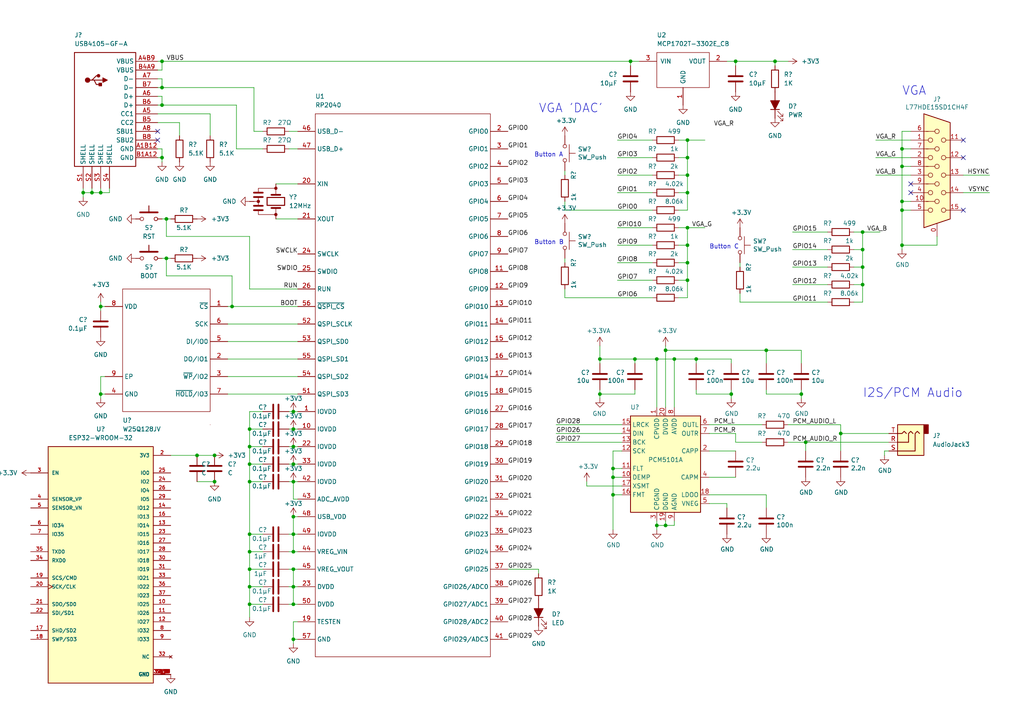
<source format=kicad_sch>
(kicad_sch (version 20211123) (generator eeschema)
  (paper "A4")
  (junction (at 72.39 134.62))
  (junction (at 173.99 104.14))
  (junction (at 199.39 50.8))
  (junction (at 199.39 40.64))
  (junction (at 184.15 104.14))
  (junction (at 261.62 43.18))
  (junction (at 46.99 30.48))
  (junction (at 182.88 17.78))
  (junction (at 46.99 17.78))
  (junction (at 195.58 104.14))
  (junction (at 85.09 185.42))
  (junction (at 48.26 74.93))
  (junction (at 85.09 134.62))
  (junction (at 72.39 170.18))
  (junction (at 29.21 55.88))
  (junction (at 72.39 139.7))
  (junction (at 85.09 139.7))
  (junction (at 199.39 76.2))
  (junction (at 201.93 104.14))
  (junction (at 26.67 55.88))
  (junction (at 85.09 165.1))
  (junction (at 250.19 67.31))
  (junction (at 199.39 66.04))
  (junction (at 48.26 63.5))
  (junction (at 85.09 119.38))
  (junction (at 199.39 81.28))
  (junction (at 224.79 17.78))
  (junction (at 250.19 72.39))
  (junction (at 212.09 114.3))
  (junction (at 250.19 77.47))
  (junction (at 46.99 45.72))
  (junction (at 193.04 152.4))
  (junction (at 85.09 124.46))
  (junction (at 57.15 132.08))
  (junction (at 261.62 58.42))
  (junction (at 72.39 124.46))
  (junction (at 190.5 104.14))
  (junction (at 67.31 88.9))
  (junction (at 72.39 154.94))
  (junction (at 62.23 139.7))
  (junction (at 72.39 165.1))
  (junction (at 177.8 143.51))
  (junction (at 85.09 149.86))
  (junction (at 85.09 170.18))
  (junction (at 261.62 71.12))
  (junction (at 261.62 48.26))
  (junction (at 85.09 154.94))
  (junction (at 85.09 160.02))
  (junction (at 243.84 125.73))
  (junction (at 261.62 60.96))
  (junction (at 72.39 160.02))
  (junction (at 190.5 152.4))
  (junction (at 177.8 138.43))
  (junction (at 173.99 114.3))
  (junction (at 29.21 114.3))
  (junction (at 72.39 175.26))
  (junction (at 199.39 71.12))
  (junction (at 62.23 132.08))
  (junction (at 222.25 101.6))
  (junction (at 213.36 17.78))
  (junction (at 193.04 101.6))
  (junction (at 85.09 129.54))
  (junction (at 232.41 114.3))
  (junction (at 199.39 45.72))
  (junction (at 72.39 129.54))
  (junction (at 46.99 25.4))
  (junction (at 24.13 55.88))
  (junction (at 233.68 128.27))
  (junction (at 85.09 175.26))
  (junction (at 29.21 88.9))
  (junction (at 177.8 135.89))
  (junction (at 199.39 55.88))
  (junction (at 250.19 82.55))
  (no_connect (at 279.4 60.96))
  (no_connect (at 45.72 38.1))
  (no_connect (at 279.4 40.64))
  (no_connect (at 45.72 40.64))
  (no_connect (at 264.16 55.88))
  (no_connect (at 279.4 45.72))
  (no_connect (at 264.16 53.34))
  (wire (pts (xy 279.4 50.8) (xy 287.02 50.8)))
  (wire (pts (xy 196.85 50.8) (xy 199.39 50.8)))
  (wire (pts (xy 189.23 55.88) (xy 179.07 55.88)))
  (wire (pts (xy 85.09 139.7) (xy 86.36 139.7)))
  (wire (pts (xy 45.72 35.56) (xy 52.07 35.56)))
  (wire (pts (xy 196.85 40.64) (xy 199.39 40.64)))
  (wire (pts (xy 46.99 27.94) (xy 45.72 27.94)))
  (wire (pts (xy 45.72 30.48) (xy 46.99 30.48)))
  (wire (pts (xy 173.99 114.3) (xy 173.99 115.57)))
  (wire (pts (xy 83.82 170.18) (xy 85.09 170.18)))
  (wire (pts (xy 67.31 88.9) (xy 86.36 88.9)))
  (wire (pts (xy 201.93 114.3) (xy 212.09 114.3)))
  (wire (pts (xy 66.04 109.22) (xy 86.36 109.22)))
  (wire (pts (xy 243.84 125.73) (xy 257.81 125.73)))
  (wire (pts (xy 279.4 55.88) (xy 287.02 55.88)))
  (wire (pts (xy 72.39 124.46) (xy 72.39 119.38)))
  (wire (pts (xy 72.39 139.7) (xy 76.2 139.7)))
  (wire (pts (xy 173.99 104.14) (xy 173.99 100.33)))
  (wire (pts (xy 83.82 129.54) (xy 85.09 129.54)))
  (wire (pts (xy 205.74 123.19) (xy 220.98 123.19)))
  (wire (pts (xy 196.85 60.96) (xy 199.39 60.96)))
  (wire (pts (xy 72.39 134.62) (xy 76.2 134.62)))
  (wire (pts (xy 212.09 114.3) (xy 212.09 115.57)))
  (wire (pts (xy 205.74 146.05) (xy 210.82 146.05)))
  (wire (pts (xy 222.25 114.3) (xy 232.41 114.3)))
  (wire (pts (xy 83.82 134.62) (xy 85.09 134.62)))
  (wire (pts (xy 29.21 88.9) (xy 30.48 88.9)))
  (wire (pts (xy 177.8 130.81) (xy 177.8 135.89)))
  (wire (pts (xy 72.39 139.7) (xy 72.39 134.62)))
  (wire (pts (xy 184.15 104.14) (xy 190.5 104.14)))
  (wire (pts (xy 85.09 144.78) (xy 86.36 144.78)))
  (wire (pts (xy 184.15 114.3) (xy 173.99 114.3)))
  (wire (pts (xy 147.32 165.1) (xy 156.21 165.1)))
  (wire (pts (xy 190.5 152.4) (xy 193.04 152.4)))
  (wire (pts (xy 182.88 17.78) (xy 185.42 17.78)))
  (wire (pts (xy 85.09 139.7) (xy 85.09 144.78)))
  (wire (pts (xy 46.99 43.18) (xy 46.99 45.72)))
  (wire (pts (xy 250.19 87.63) (xy 250.19 82.55)))
  (wire (pts (xy 213.36 128.27) (xy 220.98 128.27)))
  (wire (pts (xy 205.74 143.51) (xy 222.25 143.51)))
  (wire (pts (xy 190.5 152.4) (xy 190.5 153.67)))
  (wire (pts (xy 193.04 101.6) (xy 222.25 101.6)))
  (wire (pts (xy 222.25 101.6) (xy 232.41 101.6)))
  (wire (pts (xy 85.09 185.42) (xy 85.09 186.69)))
  (wire (pts (xy 29.21 114.3) (xy 29.21 115.57)))
  (wire (pts (xy 72.39 68.58) (xy 72.39 83.82)))
  (wire (pts (xy 29.21 90.17) (xy 29.21 88.9)))
  (wire (pts (xy 228.6 123.19) (xy 243.84 123.19)))
  (wire (pts (xy 213.36 125.73) (xy 213.36 128.27)))
  (wire (pts (xy 177.8 138.43) (xy 177.8 143.51)))
  (wire (pts (xy 228.6 128.27) (xy 233.68 128.27)))
  (wire (pts (xy 72.39 160.02) (xy 72.39 154.94)))
  (wire (pts (xy 261.62 43.18) (xy 261.62 48.26)))
  (wire (pts (xy 189.23 60.96) (xy 163.83 60.96)))
  (wire (pts (xy 250.19 67.31) (xy 255.27 67.31)))
  (wire (pts (xy 46.99 45.72) (xy 46.99 46.99)))
  (wire (pts (xy 264.16 38.1) (xy 261.62 38.1)))
  (wire (pts (xy 196.85 55.88) (xy 199.39 55.88)))
  (wire (pts (xy 85.09 154.94) (xy 86.36 154.94)))
  (wire (pts (xy 85.09 160.02) (xy 86.36 160.02)))
  (wire (pts (xy 261.62 71.12) (xy 271.78 71.12)))
  (wire (pts (xy 201.93 113.03) (xy 201.93 114.3)))
  (wire (pts (xy 163.83 74.93) (xy 163.83 76.2)))
  (wire (pts (xy 73.66 25.4) (xy 73.66 38.1)))
  (wire (pts (xy 257.81 130.81) (xy 256.54 130.81)))
  (wire (pts (xy 68.58 43.18) (xy 76.2 43.18)))
  (wire (pts (xy 45.72 33.02) (xy 60.96 33.02)))
  (wire (pts (xy 196.85 45.72) (xy 199.39 45.72)))
  (wire (pts (xy 193.04 152.4) (xy 195.58 152.4)))
  (wire (pts (xy 80.01 53.34) (xy 86.36 53.34)))
  (wire (pts (xy 213.36 17.78) (xy 213.36 19.05)))
  (wire (pts (xy 86.36 180.34) (xy 85.09 180.34)))
  (wire (pts (xy 205.74 125.73) (xy 213.36 125.73)))
  (wire (pts (xy 86.36 119.38) (xy 85.09 119.38)))
  (wire (pts (xy 261.62 58.42) (xy 261.62 60.96)))
  (wire (pts (xy 57.15 132.08) (xy 62.23 132.08)))
  (wire (pts (xy 190.5 151.13) (xy 190.5 152.4)))
  (wire (pts (xy 212.09 104.14) (xy 201.93 104.14)))
  (wire (pts (xy 80.01 63.5) (xy 86.36 63.5)))
  (wire (pts (xy 271.78 71.12) (xy 271.78 68.58)))
  (wire (pts (xy 189.23 86.36) (xy 163.83 86.36)))
  (wire (pts (xy 66.04 99.06) (xy 86.36 99.06)))
  (wire (pts (xy 199.39 55.88) (xy 199.39 50.8)))
  (wire (pts (xy 199.39 76.2) (xy 199.39 71.12)))
  (wire (pts (xy 199.39 71.12) (xy 199.39 66.04)))
  (wire (pts (xy 24.13 54.61) (xy 24.13 55.88)))
  (wire (pts (xy 85.09 175.26) (xy 86.36 175.26)))
  (wire (pts (xy 46.99 25.4) (xy 45.72 25.4)))
  (wire (pts (xy 261.62 38.1) (xy 261.62 43.18)))
  (wire (pts (xy 189.23 71.12) (xy 179.07 71.12)))
  (wire (pts (xy 72.39 154.94) (xy 76.2 154.94)))
  (wire (pts (xy 184.15 105.41) (xy 184.15 104.14)))
  (wire (pts (xy 261.62 48.26) (xy 261.62 58.42)))
  (wire (pts (xy 26.67 54.61) (xy 26.67 55.88)))
  (wire (pts (xy 163.83 83.82) (xy 163.83 86.36)))
  (wire (pts (xy 233.68 128.27) (xy 257.81 128.27)))
  (wire (pts (xy 213.36 17.78) (xy 224.79 17.78)))
  (wire (pts (xy 72.39 160.02) (xy 76.2 160.02)))
  (wire (pts (xy 173.99 104.14) (xy 173.99 105.41)))
  (wire (pts (xy 66.04 114.3) (xy 86.36 114.3)))
  (wire (pts (xy 163.83 49.53) (xy 163.83 50.8)))
  (wire (pts (xy 48.26 80.01) (xy 67.31 80.01)))
  (wire (pts (xy 83.82 165.1) (xy 85.09 165.1)))
  (wire (pts (xy 83.82 43.18) (xy 86.36 43.18)))
  (wire (pts (xy 233.68 130.81) (xy 233.68 128.27)))
  (wire (pts (xy 247.65 67.31) (xy 250.19 67.31)))
  (wire (pts (xy 224.79 17.78) (xy 228.6 17.78)))
  (wire (pts (xy 45.72 43.18) (xy 46.99 43.18)))
  (wire (pts (xy 48.26 63.5) (xy 49.53 63.5)))
  (wire (pts (xy 29.21 109.22) (xy 29.21 114.3)))
  (wire (pts (xy 86.36 165.1) (xy 85.09 165.1)))
  (wire (pts (xy 85.09 149.86) (xy 86.36 149.86)))
  (wire (pts (xy 189.23 76.2) (xy 179.07 76.2)))
  (wire (pts (xy 30.48 114.3) (xy 29.21 114.3)))
  (wire (pts (xy 48.26 68.58) (xy 72.39 68.58)))
  (wire (pts (xy 232.41 114.3) (xy 232.41 115.57)))
  (wire (pts (xy 250.19 77.47) (xy 250.19 72.39)))
  (wire (pts (xy 49.53 132.08) (xy 57.15 132.08)))
  (wire (pts (xy 214.63 76.2) (xy 214.63 77.47)))
  (wire (pts (xy 184.15 113.03) (xy 184.15 114.3)))
  (wire (pts (xy 199.39 50.8) (xy 199.39 45.72)))
  (wire (pts (xy 72.39 129.54) (xy 76.2 129.54)))
  (wire (pts (xy 180.34 138.43) (xy 177.8 138.43)))
  (wire (pts (xy 250.19 82.55) (xy 250.19 77.47)))
  (wire (pts (xy 180.34 135.89) (xy 177.8 135.89)))
  (wire (pts (xy 180.34 143.51) (xy 177.8 143.51)))
  (wire (pts (xy 199.39 66.04) (xy 204.47 66.04)))
  (wire (pts (xy 72.39 119.38) (xy 76.2 119.38)))
  (wire (pts (xy 24.13 55.88) (xy 26.67 55.88)))
  (wire (pts (xy 173.99 104.14) (xy 184.15 104.14)))
  (wire (pts (xy 46.99 63.5) (xy 48.26 63.5)))
  (wire (pts (xy 30.48 109.22) (xy 29.21 109.22)))
  (wire (pts (xy 222.25 143.51) (xy 222.25 147.32)))
  (wire (pts (xy 232.41 113.03) (xy 232.41 114.3)))
  (wire (pts (xy 72.39 83.82) (xy 86.36 83.82)))
  (wire (pts (xy 261.62 71.12) (xy 261.62 72.39)))
  (wire (pts (xy 247.65 77.47) (xy 250.19 77.47)))
  (wire (pts (xy 83.82 175.26) (xy 85.09 175.26)))
  (wire (pts (xy 156.21 166.37) (xy 156.21 165.1)))
  (wire (pts (xy 72.39 165.1) (xy 72.39 160.02)))
  (wire (pts (xy 72.39 134.62) (xy 72.39 129.54)))
  (wire (pts (xy 46.99 17.78) (xy 182.88 17.78)))
  (wire (pts (xy 196.85 86.36) (xy 199.39 86.36)))
  (wire (pts (xy 83.82 160.02) (xy 85.09 160.02)))
  (wire (pts (xy 232.41 101.6) (xy 232.41 105.41)))
  (wire (pts (xy 264.16 40.64) (xy 254 40.64)))
  (wire (pts (xy 46.99 45.72) (xy 45.72 45.72)))
  (wire (pts (xy 48.26 63.5) (xy 48.26 68.58)))
  (wire (pts (xy 52.07 35.56) (xy 52.07 39.37)))
  (wire (pts (xy 264.16 60.96) (xy 261.62 60.96)))
  (wire (pts (xy 66.04 104.14) (xy 86.36 104.14)))
  (wire (pts (xy 46.99 30.48) (xy 46.99 27.94)))
  (wire (pts (xy 48.26 74.93) (xy 49.53 74.93)))
  (wire (pts (xy 29.21 54.61) (xy 29.21 55.88)))
  (wire (pts (xy 264.16 48.26) (xy 261.62 48.26)))
  (wire (pts (xy 46.99 74.93) (xy 48.26 74.93)))
  (wire (pts (xy 83.82 154.94) (xy 85.09 154.94)))
  (wire (pts (xy 83.82 139.7) (xy 85.09 139.7)))
  (wire (pts (xy 247.65 72.39) (xy 250.19 72.39)))
  (wire (pts (xy 214.63 85.09) (xy 214.63 87.63)))
  (wire (pts (xy 72.39 124.46) (xy 76.2 124.46)))
  (wire (pts (xy 45.72 17.78) (xy 46.99 17.78)))
  (wire (pts (xy 180.34 125.73) (xy 161.29 125.73)))
  (wire (pts (xy 72.39 170.18) (xy 76.2 170.18)))
  (wire (pts (xy 31.75 55.88) (xy 31.75 54.61)))
  (wire (pts (xy 72.39 129.54) (xy 72.39 124.46)))
  (wire (pts (xy 210.82 146.05) (xy 210.82 147.32)))
  (wire (pts (xy 60.96 33.02) (xy 60.96 39.37)))
  (wire (pts (xy 173.99 113.03) (xy 173.99 114.3)))
  (wire (pts (xy 196.85 66.04) (xy 199.39 66.04)))
  (wire (pts (xy 240.03 77.47) (xy 229.87 77.47)))
  (wire (pts (xy 212.09 104.14) (xy 212.09 105.41)))
  (wire (pts (xy 205.74 130.81) (xy 213.36 130.81)))
  (wire (pts (xy 222.25 113.03) (xy 222.25 114.3)))
  (wire (pts (xy 46.99 20.32) (xy 45.72 20.32)))
  (wire (pts (xy 199.39 81.28) (xy 199.39 86.36)))
  (wire (pts (xy 48.26 74.93) (xy 48.26 80.01)))
  (wire (pts (xy 264.16 45.72) (xy 254 45.72)))
  (wire (pts (xy 256.54 130.81) (xy 256.54 132.08)))
  (wire (pts (xy 170.18 140.97) (xy 180.34 140.97)))
  (wire (pts (xy 85.09 180.34) (xy 85.09 185.42)))
  (wire (pts (xy 180.34 123.19) (xy 161.29 123.19)))
  (wire (pts (xy 24.13 57.15) (xy 24.13 55.88)))
  (wire (pts (xy 193.04 101.6) (xy 193.04 100.33)))
  (wire (pts (xy 170.18 139.7) (xy 170.18 140.97)))
  (wire (pts (xy 180.34 128.27) (xy 161.29 128.27)))
  (wire (pts (xy 195.58 104.14) (xy 195.58 118.11)))
  (wire (pts (xy 240.03 87.63) (xy 214.63 87.63)))
  (wire (pts (xy 205.74 138.43) (xy 213.36 138.43)))
  (wire (pts (xy 72.39 139.7) (xy 72.39 154.94)))
  (wire (pts (xy 29.21 87.63) (xy 29.21 88.9)))
  (wire (pts (xy 85.09 170.18) (xy 85.09 175.26)))
  (wire (pts (xy 85.09 170.18) (xy 86.36 170.18)))
  (wire (pts (xy 240.03 67.31) (xy 229.87 67.31)))
  (wire (pts (xy 45.72 22.86) (xy 46.99 22.86)))
  (wire (pts (xy 195.58 104.14) (xy 190.5 104.14)))
  (wire (pts (xy 247.65 82.55) (xy 250.19 82.55)))
  (wire (pts (xy 247.65 87.63) (xy 250.19 87.63)))
  (wire (pts (xy 72.39 170.18) (xy 72.39 165.1)))
  (wire (pts (xy 189.23 40.64) (xy 179.07 40.64)))
  (wire (pts (xy 199.39 60.96) (xy 199.39 55.88)))
  (wire (pts (xy 68.58 30.48) (xy 68.58 43.18)))
  (wire (pts (xy 195.58 152.4) (xy 195.58 151.13)))
  (wire (pts (xy 196.85 81.28) (xy 199.39 81.28)))
  (wire (pts (xy 222.25 105.41) (xy 222.25 101.6)))
  (wire (pts (xy 196.85 71.12) (xy 199.39 71.12)))
  (wire (pts (xy 177.8 135.89) (xy 177.8 138.43)))
  (wire (pts (xy 201.93 104.14) (xy 195.58 104.14)))
  (wire (pts (xy 72.39 165.1) (xy 76.2 165.1)))
  (wire (pts (xy 83.82 124.46) (xy 85.09 124.46)))
  (wire (pts (xy 190.5 104.14) (xy 190.5 118.11)))
  (wire (pts (xy 189.23 45.72) (xy 179.07 45.72)))
  (wire (pts (xy 29.21 55.88) (xy 31.75 55.88)))
  (wire (pts (xy 250.19 72.39) (xy 250.19 67.31)))
  (wire (pts (xy 66.04 93.98) (xy 86.36 93.98)))
  (wire (pts (xy 85.09 134.62) (xy 86.36 134.62)))
  (wire (pts (xy 67.31 80.01) (xy 67.31 88.9)))
  (wire (pts (xy 182.88 19.05) (xy 182.88 17.78)))
  (wire (pts (xy 189.23 50.8) (xy 179.07 50.8)))
  (wire (pts (xy 85.09 129.54) (xy 86.36 129.54)))
  (wire (pts (xy 199.39 40.64) (xy 204.47 40.64)))
  (wire (pts (xy 46.99 17.78) (xy 46.99 20.32)))
  (wire (pts (xy 72.39 179.07) (xy 72.39 175.26)))
  (wire (pts (xy 26.67 55.88) (xy 29.21 55.88)))
  (wire (pts (xy 199.39 76.2) (xy 199.39 81.28)))
  (wire (pts (xy 180.34 130.81) (xy 177.8 130.81)))
  (wire (pts (xy 240.03 82.55) (xy 229.87 82.55)))
  (wire (pts (xy 264.16 50.8) (xy 254 50.8)))
  (wire (pts (xy 46.99 25.4) (xy 73.66 25.4)))
  (wire (pts (xy 199.39 45.72) (xy 199.39 40.64)))
  (wire (pts (xy 193.04 151.13) (xy 193.04 152.4)))
  (wire (pts (xy 264.16 43.18) (xy 261.62 43.18)))
  (wire (pts (xy 85.09 165.1) (xy 85.09 170.18)))
  (wire (pts (xy 261.62 60.96) (xy 261.62 71.12)))
  (wire (pts (xy 163.83 58.42) (xy 163.83 60.96)))
  (wire (pts (xy 224.79 17.78) (xy 224.79 19.05)))
  (wire (pts (xy 243.84 125.73) (xy 243.84 130.81)))
  (wire (pts (xy 66.04 88.9) (xy 67.31 88.9)))
  (wire (pts (xy 193.04 118.11) (xy 193.04 101.6)))
  (wire (pts (xy 212.09 113.03) (xy 212.09 114.3)))
  (wire (pts (xy 196.85 76.2) (xy 199.39 76.2)))
  (wire (pts (xy 177.8 143.51) (xy 177.8 153.67)))
  (wire (pts (xy 85.09 124.46) (xy 86.36 124.46)))
  (wire (pts (xy 243.84 123.19) (xy 243.84 125.73)))
  (wire (pts (xy 72.39 175.26) (xy 72.39 170.18)))
  (wire (pts (xy 57.15 139.7) (xy 62.23 139.7)))
  (wire (pts (xy 189.23 66.04) (xy 179.07 66.04)))
  (wire (pts (xy 86.36 185.42) (xy 85.09 185.42)))
  (wire (pts (xy 46.99 30.48) (xy 68.58 30.48)))
  (wire (pts (xy 72.39 175.26) (xy 76.2 175.26)))
  (wire (pts (xy 240.03 72.39) (xy 229.87 72.39)))
  (wire (pts (xy 46.99 22.86) (xy 46.99 25.4)))
  (wire (pts (xy 210.82 17.78) (xy 213.36 17.78)))
  (wire (pts (xy 85.09 149.86) (xy 85.09 154.94)))
  (wire (pts (xy 83.82 119.38) (xy 85.09 119.38)))
  (wire (pts (xy 189.23 81.28) (xy 179.07 81.28)))
  (wire (pts (xy 264.16 58.42) (xy 261.62 58.42)))
  (wire (pts (xy 83.82 38.1) (xy 86.36 38.1)))
  (wire (pts (xy 201.93 105.41) (xy 201.93 104.14)))
  (wire (pts (xy 85.09 154.94) (xy 85.09 160.02)))
  (wire (pts (xy 73.66 38.1) (xy 76.2 38.1)))
  (text "Button B" (at 154.94 71.12 0) (effects (font (size 1.27 1.27)) (justify left bottom)))
  (text "Button A" (at 154.94 45.72 0) (effects (font (size 1.27 1.27)) (justify left bottom)))
  (text "VGA 'DAC'" (at 156.21 33.02 0) (effects (font (size 2.54 2.54)) (justify left bottom)))
  (text "VGA" (at 261.62 27.94 0) (effects (font (size 2.54 2.54)) (justify left bottom)))
  (text "I2S/PCM Audio" (at 250.19 115.57 0) (effects (font (size 2.54 2.54)) (justify left bottom)))
  (text "Button C" (at 205.74 72.39 0) (effects (font (size 1.27 1.27)) (justify left bottom)))
  (label "GPIO14" (at 147.32 109.22 0))
  (label "GPIO8" (at 147.32 78.74 0))
  (label "VGA_B" (at 251.46 67.31 0))
  (label "GPIO20" (at 147.32 139.7 0))
  (label "GPIO9" (at 179.07 71.12 0))
  (label "GPIO12" (at 147.32 99.06 0))
  (label "GPIO8" (at 179.07 76.2 0))
  (label "GPIO0" (at 147.32 38.1 0))
  (label "GPIO6" (at 147.32 68.58 0))
  (label "BOOT" (at 86.36 88.9 180))
  (label "GPIO14" (at 229.87 72.39 0))
  (label "GPIO2" (at 147.32 48.26 0))
  (label "VGA_G" (at 254 45.72 0))
  (label "SWCLK" (at 86.36 73.66 180))
  (label "PCM_R" (at 207.01 125.73 0))
  (label "GPIO10" (at 147.32 88.9 0))
  (label "GPIO26" (at 161.29 125.73 0))
  (label "GPIO11" (at 147.32 93.98 0))
  (label "GPIO15" (at 147.32 114.3 0))
  (label "GPIO27" (at 147.32 175.26 0))
  (label "GPIO21" (at 147.32 144.78 0))
  (label "VGA_G" (at 200.66 66.04 0))
  (label "GPIO5" (at 147.32 63.5 0))
  (label "GPIO22" (at 147.32 149.86 0))
  (label "GPIO19" (at 147.32 134.62 0))
  (label "GPIO17" (at 147.32 124.46 0))
  (label "VGA_B" (at 254 50.8 0))
  (label "GPIO6" (at 179.07 86.36 0))
  (label "GPIO10" (at 179.07 66.04 0))
  (label "GPIO27" (at 161.29 128.27 0))
  (label "VSYNC" (at 287.02 55.88 180))
  (label "GPIO28" (at 147.32 180.34 0))
  (label "GPIO25" (at 147.32 165.1 0))
  (label "PCM_AUDIO_R" (at 229.87 128.27 0))
  (label "PCM_L" (at 207.01 123.19 0))
  (label "GPIO28" (at 161.29 123.19 0))
  (label "GPIO4" (at 147.32 58.42 0))
  (label "GPIO13" (at 229.87 77.47 0))
  (label "GPIO7" (at 147.32 73.66 0))
  (label "GPIO16" (at 147.32 119.38 0))
  (label "GPIO18" (at 147.32 129.54 0))
  (label "VGA_R" (at 207.01 36.83 0))
  (label "HSYNC" (at 287.02 50.8 180))
  (label "GPIO29" (at 147.32 185.42 0))
  (label "GPIO7" (at 179.07 81.28 0))
  (label "GPIO11" (at 229.87 87.63 0))
  (label "GPIO15" (at 229.87 67.31 0))
  (label "GPIO9" (at 147.32 83.82 0))
  (label "GPIO3" (at 147.32 53.34 0))
  (label "GPIO23" (at 147.32 154.94 0))
  (label "GPIO4" (at 179.07 40.64 0))
  (label "GPIO24" (at 147.32 160.02 0))
  (label "RUN" (at 86.36 83.82 180))
  (label "GPIO0" (at 179.07 60.96 0))
  (label "PCM_AUDIO_L" (at 229.87 123.19 0))
  (label "GPIO3" (at 179.07 45.72 0))
  (label "VBUS" (at 48.26 17.78 0))
  (label "GPIO13" (at 147.32 104.14 0))
  (label "GPIO26" (at 147.32 170.18 0))
  (label "GPIO12" (at 229.87 82.55 0))
  (label "SWDIO" (at 86.36 78.74 180))
  (label "GPIO1" (at 179.07 55.88 0))
  (label "GPIO1" (at 147.32 43.18 0))
  (label "VGA_R" (at 254 40.64 0))
  (label "GPIO2" (at 179.07 50.8 0))
  (symbol (lib_id "power:GND") (at 49.53 195.58 0) (unit 1)
    (property "Reference" "#PWR?" (effects hide))
    (property "Value" "GND" (at 49.53 200.66 0))
  )
  (symbol (lib_id "Device:C") (at 80.01 134.62 270) (unit 1)
    (property "Reference" "C?" (at 77.47 133.35 90) (effects (justify right)))
    (property "Value" "0.1µF" (at 78.74 135.89 90) (effects (justify right)))
    (property "Footprint" "Eclectronics_mp3:CL10B104JB8NNNC" (effects hide))
  )
  (symbol (lib_id "Device:R") (at 193.04 45.72 270) (unit 1)
    (property "Reference" "R?" (at 189.23 43.18 90))
    (property "Value" "1k" (at 195.58 43.18 90))
    (property "Footprint" "Resistor_SMD:R_0402_1005Metric" (effects hide))
  )
  (symbol (lib_id "Device:R") (at 156.21 170.18 0) (unit 1)
    (property "Reference" "R?" (at 158.75 168.9099 0) (effects (justify left)))
    (property "Value" "1K" (at 158.75 171.4499 0) (effects (justify left)))
    (property "Footprint" "Eclectronics_mp3:RC0603FR-071KL" (effects hide))
  )
  (symbol (lib_id "Device:C") (at 80.01 175.26 270) (unit 1)
    (property "Reference" "C?" (at 77.47 173.99 90) (effects (justify right)))
    (property "Value" "0.1µF" (at 78.74 176.53 90) (effects (justify right)))
    (property "Footprint" "Eclectronics_mp3:CL10B104JB8NNNC" (effects hide))
  )
  (symbol (lib_id "power:GND") (at 198.12 30.48 0) (unit 1)
    (property "Reference" "#PWR?" (effects hide))
    (property "Value" "GND" (at 198.12 35.56 0))
  )
  (symbol (lib_id "Device:C") (at 212.09 109.22 0) (unit 1)
    (property "Reference" "C?" (at 215.011 108.0516 0) (effects (justify left)))
    (property "Value" "10u" (at 215.011 110.363 0) (effects (justify left)))
    (property "Footprint" "Capacitor_SMD:C_0603_1608Metric" (effects hide))
  )
  (symbol (lib_id "Eclectronics:USB4105-GF-A") (at 30.48 31.75 0) (unit 1)
    (property "Reference" "J?" (at 21.59 10.16 0) (effects (justify left)))
    (property "Value" "USB4105-GF-A" (at 21.59 12.7 0) (effects (justify left)))
    (property "Footprint" "Eclectronics_mp3:USB4105-GF-A" (effects hide))
  )
  (symbol (lib_id "power:GND") (at 177.8 153.67 0) (unit 1)
    (property "Reference" "#PWR?" (effects hide))
    (property "Value" "GND" (at 177.927 158.0642 0))
  )
  (symbol (lib_id "power:GND") (at 256.54 132.08 0) (unit 1)
    (property "Reference" "#PWR?" (effects hide))
    (property "Value" "GND" (at 256.667 136.4742 0))
  )
  (symbol (lib_id "power:GND") (at 261.62 72.39 0) (unit 1)
    (property "Reference" "#PWR?" (effects hide))
    (property "Value" "GND" (at 261.747 76.7842 0))
  )
  (symbol (lib_id "Device:C") (at 222.25 109.22 0) (unit 1)
    (property "Reference" "C?" (at 225.171 108.0516 0) (effects (justify left)))
    (property "Value" "100n" (at 225.171 110.363 0) (effects (justify left)))
    (property "Footprint" "Capacitor_SMD:C_0402_1005Metric" (effects hide))
  )
  (symbol (lib_id "power:GND") (at 72.39 58.42 270) (unit 1)
    (property "Reference" "#PWR?" (effects hide))
    (property "Value" "GND" (at 68.58 58.4199 90) (effects (justify right)))
  )
  (symbol (lib_id "power:GND") (at 210.82 154.94 0) (unit 1)
    (property "Reference" "#PWR?" (effects hide))
    (property "Value" "GND" (at 210.947 159.3342 0))
  )
  (symbol (lib_id "Device:C") (at 182.88 22.86 0) (mirror x) (unit 1)
    (property "Reference" "C?" (at 179.07 21.5899 0) (effects (justify right)))
    (property "Value" "10µF" (at 179.07 24.1299 0) (effects (justify right)))
    (property "Footprint" "Eclectronics_mp3:GRM188R61E106KA73D" (effects hide))
  )
  (symbol (lib_id "power:+3V3") (at 85.09 139.7 0) (unit 1)
    (property "Reference" "#PWR?" (effects hide))
    (property "Value" "+3V3" (at 85.09 135.89 0))
  )
  (symbol (lib_id "Eclectronics:MCP1702T-3302E_CB") (at 198.12 20.32 0) (unit 1)
    (property "Reference" "U2" (at 190.5 10.16 0) (effects (justify left)))
    (property "Value" "MCP1702T-3302E_CB" (at 190.5 12.7 0) (effects (justify left)))
    (property "Footprint" "MP1:MCP1702T-3302E&slash_CB" (effects hide))
  )
  (symbol (lib_id "Device:R") (at 163.83 54.61 180) (unit 1)
    (property "Reference" "R?" (at 166.37 50.8 90))
    (property "Value" "1k" (at 166.37 57.15 90))
    (property "Footprint" "Resistor_SMD:R_0402_1005Metric" (effects hide))
  )
  (symbol (lib_id "power:+3V3") (at 57.15 63.5 270) (unit 1)
    (property "Reference" "#PWR?" (effects hide))
    (property "Value" "+3V3" (at 61.214 63.4999 90) (effects (justify left)))
  )
  (symbol (lib_id "Device:R") (at 163.83 80.01 180) (unit 1)
    (property "Reference" "R?" (at 166.37 76.2 90))
    (property "Value" "1k" (at 166.37 82.55 90))
    (property "Footprint" "Resistor_SMD:R_0402_1005Metric" (effects hide))
  )
  (symbol (lib_id "Device:R") (at 193.04 40.64 270) (unit 1)
    (property "Reference" "R?" (at 189.23 38.1 90))
    (property "Value" "499" (at 195.58 38.1 90))
    (property "Footprint" "Resistor_SMD:R_0402_1005Metric" (effects hide))
  )
  (symbol (lib_id "power:GND") (at 29.21 115.57 0) (unit 1)
    (property "Reference" "#PWR?" (effects hide))
    (property "Value" "GND" (at 29.21 120.65 0))
  )
  (symbol (lib_id "Device:R") (at 53.34 74.93 90) (unit 1)
    (property "Reference" "R?" (at 53.34 72.39 90))
    (property "Value" "5.1K" (at 53.34 77.47 90))
    (property "Footprint" "Eclectronics_mp3:RES_ERJ3EKF5101V" (effects hide))
  )
  (symbol (lib_id "Device:C") (at 222.25 151.13 0) (unit 1)
    (property "Reference" "C?" (at 225.171 149.9616 0) (effects (justify left)))
    (property "Value" "100n" (at 225.171 152.273 0) (effects (justify left)))
    (property "Footprint" "Capacitor_SMD:C_0402_1005Metric" (effects hide))
  )
  (symbol (lib_id "Device:C") (at 29.21 93.98 0) (mirror x) (unit 1)
    (property "Reference" "C?" (at 25.4 92.7099 0) (effects (justify right)))
    (property "Value" "0.1µF" (at 25.4 95.2499 0) (effects (justify right)))
    (property "Footprint" "Eclectronics_mp3:CL10B104JB8NNNC" (effects hide))
  )
  (symbol (lib_id "power:GND") (at 232.41 115.57 0) (unit 1)
    (property "Reference" "#PWR?" (effects hide))
    (property "Value" "GND" (at 232.537 119.9642 0))
  )
  (symbol (lib_id "power:GND") (at 224.79 34.29 0) (unit 1)
    (property "Reference" "#PWR?" (effects hide))
    (property "Value" "GND" (at 224.79 39.37 0))
  )
  (symbol (lib_id "power:GND") (at 233.68 138.43 0) (unit 1)
    (property "Reference" "#PWR?" (effects hide))
    (property "Value" "GND" (at 233.807 142.8242 0))
  )
  (symbol (lib_id "Device:R") (at 243.84 82.55 270) (unit 1)
    (property "Reference" "R?" (at 240.03 80.01 90))
    (property "Value" "4.02k" (at 246.38 80.01 90))
    (property "Footprint" "Resistor_SMD:R_0402_1005Metric" (effects hide))
  )
  (symbol (lib_id "Device:R") (at 243.84 67.31 270) (unit 1)
    (property "Reference" "R?" (at 240.03 64.77 90))
    (property "Value" "499" (at 246.38 64.77 90))
    (property "Footprint" "Resistor_SMD:R_0402_1005Metric" (effects hide))
  )
  (symbol (lib_id "power:GND") (at 222.25 154.94 0) (unit 1)
    (property "Reference" "#PWR?" (effects hide))
    (property "Value" "GND" (at 222.377 159.3342 0))
  )
  (symbol (lib_id "power:GND") (at 39.37 74.93 270) (unit 1)
    (property "Reference" "#PWR?" (effects hide))
    (property "Value" "GND" (at 35.56 74.9299 90) (effects (justify right)))
  )
  (symbol (lib_id "power:+3.3V") (at 8.89 137.16 90) (unit 1)
    (property "Reference" "#PWR?" (effects hide))
    (property "Value" "+3.3V" (at 5.08 137.1599 90) (effects (justify left)))
  )
  (symbol (lib_id "power:+3V3") (at 85.09 134.62 0) (unit 1)
    (property "Reference" "#PWR?" (effects hide))
    (property "Value" "+3V3" (at 85.09 130.81 0))
  )
  (symbol (lib_id "Device:C") (at 80.01 160.02 270) (unit 1)
    (property "Reference" "C?" (at 77.47 158.75 90) (effects (justify right)))
    (property "Value" "1µF" (at 77.47 161.29 90) (effects (justify right)))
    (property "Footprint" "Eclectronics_mp3:CL10B105KA8NNNC" (effects hide))
  )
  (symbol (lib_id "Device:R") (at 80.01 43.18 90) (unit 1)
    (property "Reference" "R?" (at 77.47 40.64 90))
    (property "Value" "27Ω" (at 82.55 40.64 90))
    (property "Footprint" "Eclectronics_mp3:RC0603FR-071KL" (effects hide))
  )
  (symbol (lib_id "power:+3.3V") (at 170.18 139.7 0) (unit 1)
    (property "Reference" "#PWR?" (effects hide))
    (property "Value" "+3.3V" (at 170.561 135.3058 0))
  )
  (symbol (lib_id "Device:C") (at 232.41 109.22 0) (unit 1)
    (property "Reference" "C?" (at 235.331 108.0516 0) (effects (justify left)))
    (property "Value" "10u" (at 235.331 110.363 0) (effects (justify left)))
    (property "Footprint" "Capacitor_SMD:C_0603_1608Metric" (effects hide))
  )
  (symbol (lib_id "Device:C") (at 80.01 154.94 270) (unit 1)
    (property "Reference" "C?" (at 77.47 153.67 90) (effects (justify right)))
    (property "Value" "0.1µF" (at 78.74 156.21 90) (effects (justify right)))
    (property "Footprint" "Eclectronics_mp3:CL10B104JB8NNNC" (effects hide))
  )
  (symbol (lib_id "power:+3V3") (at 85.09 149.86 0) (unit 1)
    (property "Reference" "#PWR?" (effects hide))
    (property "Value" "+3V3" (at 85.09 146.05 0))
  )
  (symbol (lib_id "Device:R") (at 52.07 43.18 0) (unit 1)
    (property "Reference" "R?" (at 54.61 41.9099 0) (effects (justify left)))
    (property "Value" "5.1K" (at 54.61 44.4499 0) (effects (justify left)))
    (property "Footprint" "Eclectronics_mp3:RES_ERJ3EKF5101V" (effects hide))
  )
  (symbol (lib_id "Device:LED_Filled") (at 224.79 30.48 90) (unit 1)
    (property "Reference" "D?" (at 228.6 30.7974 90) (effects (justify right)))
    (property "Value" "PWR" (at 228.6 33.3374 90) (effects (justify right)))
    (property "Footprint" "Eclectronics_mp3:LTST-C170TGKT" (effects hide))
  )
  (symbol (lib_id "power:+3V3") (at 57.15 74.93 270) (unit 1)
    (property "Reference" "#PWR?" (effects hide))
    (property "Value" "+3V3" (at 61.214 74.9299 90) (effects (justify left)))
  )
  (symbol (lib_id "power:+3V3") (at 85.09 129.54 0) (unit 1)
    (property "Reference" "#PWR?" (effects hide))
    (property "Value" "+3V3" (at 85.09 125.73 0))
  )
  (symbol (lib_id "power:GND") (at 46.99 46.99 0) (unit 1)
    (property "Reference" "#PWR?" (effects hide))
    (property "Value" "GND" (at 46.99 52.07 0))
  )
  (symbol (lib_id "power:+3V3") (at 85.09 119.38 0) (unit 1)
    (property "Reference" "#PWR?" (effects hide))
    (property "Value" "+3V3" (at 85.09 115.57 0))
  )
  (symbol (lib_id "power:GND") (at 182.88 26.67 0) (unit 1)
    (property "Reference" "#PWR?" (effects hide))
    (property "Value" "GND" (at 182.88 31.75 0))
  )
  (symbol (lib_id "Eclectronics:SW") (at 43.18 74.93 270) (unit 1)
    (property "Reference" "S?" (at 43.18 77.47 90))
    (property "Value" "BOOT" (at 43.18 80.01 90))
    (property "Footprint" "Eclectronics_mp3:KXT321LHS" (effects hide))
  )
  (symbol (lib_id "Device:R") (at 193.04 50.8 270) (unit 1)
    (property "Reference" "R?" (at 189.23 48.26 90))
    (property "Value" "2k" (at 195.58 48.26 90))
    (property "Footprint" "Resistor_SMD:R_0402_1005Metric" (effects hide))
  )
  (symbol (lib_id "power:GND") (at 190.5 153.67 0) (unit 1)
    (property "Reference" "#PWR?" (effects hide))
    (property "Value" "GND" (at 190.627 158.0642 0))
  )
  (symbol (lib_id "Eclectronics:RP2040") (at 116.84 111.76 0) (unit 1)
    (property "Reference" "U1" (at 91.44 27.94 0) (effects (justify left)))
    (property "Value" "RP2040" (at 91.44 30.48 0) (effects (justify left)))
    (property "Footprint" "Eclectronics_mp3:RP2040" (effects hide))
  )
  (symbol (lib_id "Device:R") (at 224.79 123.19 270) (unit 1)
    (property "Reference" "R?" (at 220.98 120.65 90))
    (property "Value" "470" (at 227.33 120.65 90))
    (property "Footprint" "Resistor_SMD:R_0402_1005Metric" (effects hide))
  )
  (symbol (lib_id "Device:R") (at 224.79 128.27 270) (unit 1)
    (property "Reference" "R?" (at 220.98 125.73 90))
    (property "Value" "470" (at 227.33 125.73 90))
    (property "Footprint" "Resistor_SMD:R_0402_1005Metric" (effects hide))
  )
  (symbol (lib_id "Device:R") (at 214.63 81.28 180) (unit 1)
    (property "Reference" "R?" (at 217.17 77.47 90))
    (property "Value" "1k" (at 217.17 83.82 90))
    (property "Footprint" "Resistor_SMD:R_0402_1005Metric" (effects hide))
  )
  (symbol (lib_id "Device:R") (at 193.04 66.04 270) (unit 1)
    (property "Reference" "R?" (at 189.23 63.5 90))
    (property "Value" "499" (at 195.58 63.5 90))
    (property "Footprint" "Resistor_SMD:R_0402_1005Metric" (effects hide))
  )
  (symbol (lib_id "Device:R") (at 224.79 22.86 0) (unit 1)
    (property "Reference" "R?" (at 227.33 21.5899 0) (effects (justify left)))
    (property "Value" "1K" (at 227.33 24.1299 0) (effects (justify left)))
    (property "Footprint" "Eclectronics_mp3:RC0603FR-071KL" (effects hide))
  )
  (symbol (lib_id "Device:C") (at 80.01 124.46 270) (unit 1)
    (property "Reference" "C?" (at 77.47 123.19 90) (effects (justify right)))
    (property "Value" "0.1µF" (at 78.74 125.73 90) (effects (justify right)))
    (property "Footprint" "Eclectronics_mp3:CL10B104JB8NNNC" (effects hide))
  )
  (symbol (lib_id "Device:C") (at 173.99 109.22 0) (mirror y) (unit 1)
    (property "Reference" "C?" (at 171.069 108.0516 0) (effects (justify left)))
    (property "Value" "10u" (at 171.069 110.363 0) (effects (justify left)))
    (property "Footprint" "Capacitor_SMD:C_0603_1608Metric" (effects hide))
  )
  (symbol (lib_id "power:+3.3V") (at 214.63 66.04 0) (unit 1)
    (property "Reference" "#PWR?" (effects hide))
    (property "Value" "+3.3V" (at 215.011 61.6458 0))
  )
  (symbol (lib_id "Device:C") (at 62.23 135.89 0) (unit 1)
    (property "Reference" "C?" (at 66.04 134.6199 0) (effects (justify left)))
    (property "Value" "C" (at 66.04 137.1599 0) (effects (justify left)))
  )
  (symbol (lib_id "power:GND") (at 212.09 115.57 0) (unit 1)
    (property "Reference" "#PWR?" (effects hide))
    (property "Value" "GND" (at 212.217 119.9642 0))
  )
  (symbol (lib_id "Device:C") (at 184.15 109.22 0) (mirror y) (unit 1)
    (property "Reference" "C?" (at 181.229 108.0516 0) (effects (justify left)))
    (property "Value" "100n" (at 181.229 110.363 0) (effects (justify left)))
    (property "Footprint" "Capacitor_SMD:C_0402_1005Metric" (effects hide))
  )
  (symbol (lib_id "Device:R") (at 193.04 81.28 270) (unit 1)
    (property "Reference" "R?" (at 189.23 78.74 90))
    (property "Value" "4.02k" (at 195.58 78.74 90))
    (property "Footprint" "Resistor_SMD:R_0402_1005Metric" (effects hide))
  )
  (symbol (lib_id "ESP32-WROOM-32:ESP32-WROOM-32") (at 29.21 165.1 0) (unit 1)
    (property "Reference" "U?" (at 29.21 124.46 0))
    (property "Value" "ESP32-WROOM-32" (at 29.21 127 0))
    (property "Footprint" "MODULE_ESP32-WROOM-32" (effects hide))
    (property "MANUFACTURER" "Espressif Systems" (effects hide))
    (property "PARTREV" "2.9" (effects hide))
    (property "STANDARD" "Manufacturer Recommendations" (effects hide))
    (property "MAXIMUM_PACKAGE_HEIGHT" "3.2 mm" (effects hide))
  )
  (symbol (lib_id "Device:R") (at 60.96 43.18 0) (unit 1)
    (property "Reference" "R?" (at 63.5 41.9099 0) (effects (justify left)))
    (property "Value" "5.1K" (at 63.5 44.4499 0) (effects (justify left)))
    (property "Footprint" "Eclectronics_mp3:RES_ERJ3EKF5101V" (effects hide))
  )
  (symbol (lib_id "power:GND") (at 156.21 181.61 0) (unit 1)
    (property "Reference" "#PWR?" (effects hide))
    (property "Value" "GND" (at 156.21 186.69 0))
  )
  (symbol (lib_id "power:GND") (at 173.99 115.57 0) (mirror y) (unit 1)
    (property "Reference" "#PWR?" (effects hide))
    (property "Value" "GND" (at 173.863 119.9642 0))
  )
  (symbol (lib_id "Device:C") (at 80.01 139.7 270) (unit 1)
    (property "Reference" "C?" (at 77.47 138.43 90) (effects (justify right)))
    (property "Value" "0.1µF" (at 78.74 140.97 90) (effects (justify right)))
    (property "Footprint" "Eclectronics_mp3:CL10B104JB8NNNC" (effects hide))
  )
  (symbol (lib_id "Device:C") (at 233.68 134.62 0) (unit 1)
    (property "Reference" "C?" (at 236.601 133.4516 0) (effects (justify left)))
    (property "Value" "2.2n" (at 236.601 135.763 0) (effects (justify left)))
    (property "Footprint" "Capacitor_SMD:C_0402_1005Metric" (effects hide))
  )
  (symbol (lib_id "Switch:SW_Push") (at 163.83 69.85 270) (unit 1)
    (property "Reference" "SW?" (at 167.5892 68.6816 90) (effects (justify left)))
    (property "Value" "SW_Push" (at 167.5892 70.993 90) (effects (justify left)))
    (property "Footprint" "Button_Switch_SMD:SW_Push_1P1T_NO_Vertical_Wuerth_434133025816" (effects hide))
  )
  (symbol (lib_id "Switch:SW_Push") (at 214.63 71.12 270) (unit 1)
    (property "Reference" "SW?" (at 218.3892 69.9516 90) (effects (justify left)))
    (property "Value" "SW_Push" (at 218.3892 72.263 90) (effects (justify left)))
    (property "Footprint" "Button_Switch_SMD:SW_Push_1P1T_NO_Vertical_Wuerth_434133025816" (effects hide))
  )
  (symbol (lib_id "Device:R") (at 243.84 87.63 270) (unit 1)
    (property "Reference" "R?" (at 240.03 85.09 90))
    (property "Value" "8.06k" (at 246.38 85.09 90))
    (property "Footprint" "Resistor_SMD:R_0402_1005Metric" (effects hide))
  )
  (symbol (lib_id "Device:C") (at 210.82 151.13 0) (unit 1)
    (property "Reference" "C?" (at 213.741 149.9616 0) (effects (justify left)))
    (property "Value" "2.2u" (at 213.741 152.273 0) (effects (justify left)))
    (property "Footprint" "Capacitor_SMD:C_0603_1608Metric" (effects hide))
  )
  (symbol (lib_id "Device:R") (at 80.01 38.1 90) (unit 1)
    (property "Reference" "R?" (at 77.47 35.56 90))
    (property "Value" "27Ω" (at 82.55 35.56 90))
    (property "Footprint" "Eclectronics_mp3:RC0603FR-071KL" (effects hide))
  )
  (symbol (lib_id "Switch:SW_Push") (at 163.83 44.45 270) (unit 1)
    (property "Reference" "SW?" (at 167.5892 43.2816 90) (effects (justify left)))
    (property "Value" "SW_Push" (at 167.5892 45.593 90) (effects (justify left)))
    (property "Footprint" "Button_Switch_SMD:SW_Push_1P1T_NO_Vertical_Wuerth_434133025816" (effects hide))
  )
  (symbol (lib_id "power:+3V3") (at 29.21 87.63 0) (unit 1)
    (property "Reference" "#PWR?" (effects hide))
    (property "Value" "+3V3" (at 29.21 82.55 0))
  )
  (symbol (lib_id "power:+3.3VA") (at 173.99 100.33 0) (mirror y) (unit 1)
    (property "Reference" "#PWR?" (effects hide))
    (property "Value" "+3.3VA" (at 173.609 95.9358 0))
  )
  (symbol (lib_id "power:+3V3") (at 228.6 17.78 270) (unit 1)
    (property "Reference" "#PWR?" (effects hide))
    (property "Value" "+3V3" (at 232.41 17.7799 90) (effects (justify left)))
  )
  (symbol (lib_id "power:GND") (at 72.39 179.07 0) (unit 1)
    (property "Reference" "#PWR?" (effects hide))
    (property "Value" "GND" (at 72.39 184.15 0))
  )
  (symbol (lib_id "Device:C") (at 243.84 134.62 0) (unit 1)
    (property "Reference" "C?" (at 246.761 133.4516 0) (effects (justify left)))
    (property "Value" "2.2n" (at 246.761 135.763 0) (effects (justify left)))
    (property "Footprint" "Capacitor_SMD:C_0402_1005Metric" (effects hide))
  )
  (symbol (lib_id "power:GND") (at 213.36 26.67 0) (unit 1)
    (property "Reference" "#PWR?" (effects hide))
    (property "Value" "GND" (at 213.36 31.75 0))
  )
  (symbol (lib_id "Device:R") (at 193.04 55.88 270) (unit 1)
    (property "Reference" "R?" (at 189.23 53.34 90))
    (property "Value" "4.02k" (at 195.58 53.34 90))
    (property "Footprint" "Resistor_SMD:R_0402_1005Metric" (effects hide))
  )
  (symbol (lib_id "Device:R") (at 243.84 77.47 270) (unit 1)
    (property "Reference" "R?" (at 240.03 74.93 90))
    (property "Value" "2k" (at 246.38 74.93 90))
    (property "Footprint" "Resistor_SMD:R_0402_1005Metric" (effects hide))
  )
  (symbol (lib_id "power:GND") (at 62.23 139.7 0) (unit 1)
    (property "Reference" "#PWR?" (effects hide))
    (property "Value" "GND" (at 62.23 144.78 0))
  )
  (symbol (lib_id "Device:C") (at 201.93 109.22 0) (unit 1)
    (property "Reference" "C?" (at 204.851 108.0516 0) (effects (justify left)))
    (property "Value" "100n" (at 204.851 110.363 0) (effects (justify left)))
    (property "Footprint" "Capacitor_SMD:C_0402_1005Metric" (effects hide))
  )
  (symbol (lib_id "Connector:AudioJack3") (at 262.89 128.27 180) (unit 1)
    (property "Reference" "J?" (at 270.51 126.3649 0) (effects (justify right)))
    (property "Value" "AudioJack3" (at 270.51 128.9049 0) (effects (justify right)))
  )
  (symbol (lib_id "Eclectronics:Crystal") (at 80.01 58.42 270) (unit 1)
    (property "Reference" "Y?" (at 83.82 57.15 90) (effects (justify left)))
    (property "Value" "12MHz" (at 83.82 59.69 90) (effects (justify left)))
    (property "Footprint" "Eclectronics_mp3:CSTNE" (effects hide))
  )
  (symbol (lib_id "Device:R") (at 193.04 71.12 270) (unit 1)
    (property "Reference" "R?" (at 189.23 68.58 90))
    (property "Value" "1k" (at 195.58 68.58 90))
    (property "Footprint" "Resistor_SMD:R_0402_1005Metric" (effects hide))
  )
  (symbol (lib_id "Device:R") (at 243.84 72.39 270) (unit 1)
    (property "Reference" "R?" (at 240.03 69.85 90))
    (property "Value" "1k" (at 246.38 69.85 90))
    (property "Footprint" "Resistor_SMD:R_0402_1005Metric" (effects hide))
  )
  (symbol (lib_id "power:GND") (at 85.09 186.69 0) (unit 1)
    (property "Reference" "#PWR?" (effects hide))
    (property "Value" "GND" (at 85.09 191.77 0))
  )
  (symbol (lib_id "Device:LED_Filled") (at 156.21 177.8 90) (unit 1)
    (property "Reference" "D?" (at 160.02 178.1174 90) (effects (justify right)))
    (property "Value" "LED" (at 160.02 180.6574 90) (effects (justify right)))
    (property "Footprint" "Eclectronics_mp3:LTST-C170TBKT" (effects hide))
  )
  (symbol (lib_id "power:+3V3") (at 62.23 132.08 270) (unit 1)
    (property "Reference" "#PWR?" (effects hide))
    (property "Value" "+3V3" (at 66.04 132.0799 90) (effects (justify left)))
  )
  (symbol (lib_id "power:+3V3") (at 85.09 124.46 0) (unit 1)
    (property "Reference" "#PWR?" (effects hide))
    (property "Value" "+3V3" (at 85.09 120.65 0))
  )
  (symbol (lib_id "power:GND") (at 243.84 138.43 0) (unit 1)
    (property "Reference" "#PWR?" (effects hide))
    (property "Value" "GND" (at 243.967 142.8242 0))
  )
  (symbol (lib_id "power:+3.3V") (at 163.83 64.77 0) (unit 1)
    (property "Reference" "#PWR?" (effects hide))
    (property "Value" "+3.3V" (at 164.211 60.3758 0))
  )
  (symbol (lib_id "Device:C") (at 213.36 134.62 0) (unit 1)
    (property "Reference" "C?" (at 216.281 133.4516 0) (effects (justify left)))
    (property "Value" "2.2u" (at 216.281 135.763 0) (effects (justify left)))
    (property "Footprint" "Capacitor_SMD:C_0603_1608Metric" (effects hide))
  )
  (symbol (lib_id "Device:R") (at 193.04 60.96 270) (unit 1)
    (property "Reference" "R?" (at 189.23 58.42 90))
    (property "Value" "8.06k" (at 195.58 58.42 90))
    (property "Footprint" "Resistor_SMD:R_0402_1005Metric" (effects hide))
  )
  (symbol (lib_id "power:+3.3V") (at 163.83 39.37 0) (unit 1)
    (property "Reference" "#PWR?" (effects hide))
    (property "Value" "+3.3V" (at 164.211 34.9758 0))
  )
  (symbol (lib_id "Connector:DB15_Female_HighDensity_MountingHoles") (at 271.78 50.8 0) (unit 1)
    (property "Reference" "J?" (at 271.78 28.7782 0))
    (property "Value" "L77HDE15SD1CH4F" (at 271.78 31.0896 0))
    (property "Footprint" "RPi_Pico:DSUB-15-L77HDE15SD1CH4F" (effects hide))
    (property "Datasheet" " ~" (effects hide))
  )
  (symbol (lib_id "Device:R") (at 193.04 86.36 270) (unit 1)
    (property "Reference" "R?" (at 189.23 83.82 90))
    (property "Value" "8.06k" (at 195.58 83.82 90))
    (property "Footprint" "Resistor_SMD:R_0402_1005Metric" (effects hide))
  )
  (symbol (lib_id "Device:R") (at 53.34 63.5 90) (unit 1)
    (property "Reference" "R?" (at 53.34 60.96 90))
    (property "Value" "5.1K" (at 53.34 66.04 90))
    (property "Footprint" "Eclectronics_mp3:RES_ERJ3EKF5101V" (effects hide))
  )
  (symbol (lib_id "Device:C") (at 80.01 165.1 270) (unit 1)
    (property "Reference" "C?" (at 77.47 163.83 90) (effects (justify right)))
    (property "Value" "1µF" (at 77.47 166.37 90) (effects (justify right)))
    (property "Footprint" "Eclectronics_mp3:CL10B105KA8NNNC" (effects hide))
  )
  (symbol (lib_id "Eclectronics:SW") (at 43.18 63.5 270) (unit 1)
    (property "Reference" "S?" (at 43.18 66.04 90))
    (property "Value" "RST" (at 43.18 68.58 90))
    (property "Footprint" "Eclectronics_mp3:KXT321LHS" (effects hide))
  )
  (symbol (lib_id "Device:C") (at 213.36 22.86 0) (unit 1)
    (property "Reference" "C?" (at 217.17 21.5899 0) (effects (justify left)))
    (property "Value" "10µF" (at 217.17 24.1299 0) (effects (justify left)))
    (property "Footprint" "Eclectronics_mp3:GRM188R61E106KA73D" (effects hide))
  )
  (symbol (lib_id "Device:C") (at 57.15 135.89 0) (unit 1)
    (property "Reference" "C?" (at 58.42 134.62 0) (effects (justify left)))
    (property "Value" "C" (at 58.42 137.16 0) (effects (justify left)))
  )
  (symbol (lib_id "power:GND") (at 29.21 97.79 0) (unit 1)
    (property "Reference" "#PWR?" (effects hide))
    (property "Value" "GND" (at 29.21 102.87 0))
  )
  (symbol (lib_id "power:+3.3V") (at 193.04 100.33 0) (unit 1)
    (property "Reference" "#PWR?" (effects hide))
    (property "Value" "+3.3V" (at 193.421 95.9358 0))
  )
  (symbol (lib_id "Device:C") (at 80.01 119.38 270) (unit 1)
    (property "Reference" "C?" (at 77.47 118.11 90) (effects (justify right)))
    (property "Value" "0.1µF" (at 78.74 120.65 90) (effects (justify right)))
    (property "Footprint" "Eclectronics_mp3:CL10B104JB8NNNC" (effects hide))
  )
  (symbol (lib_id "Audio:PCM5101") (at 193.04 133.35 0) (unit 1)
    (property "Reference" "U?" (at 184.15 118.11 0))
    (property "Value" "PCM5101A" (at 193.04 133.35 0))
    (property "Footprint" "Package_SO:TSSOP-20_4.4x6.5mm_P0.65mm" (effects hide))
    (property "Datasheet" "http://www.ti.com/lit/ds/symlink/pcm5101.pdf" (effects hide))
  )
  (symbol (lib_id "Device:C") (at 80.01 170.18 270) (unit 1)
    (property "Reference" "C?" (at 77.47 168.91 90) (effects (justify right)))
    (property "Value" "0.1µF" (at 78.74 171.45 90) (effects (justify right)))
    (property "Footprint" "Eclectronics_mp3:CL10B104JB8NNNC" (effects hide))
  )
  (symbol (lib_id "Eclectronics:W25Q128JV") (at 48.26 101.6 0) (unit 1)
    (property "Reference" "U?" (at 35.56 121.92 0) (effects (justify left)))
    (property "Value" "W25Q128JV" (at 35.56 124.46 0) (effects (justify left)))
    (property "Footprint" "Eclectronics_mp3:MIC_WSON-8-M" (effects hide))
  )
  (symbol (lib_id "power:GND") (at 52.07 46.99 0) (unit 1)
    (property "Reference" "#PWR?" (effects hide))
    (property "Value" "GND" (at 52.07 52.07 0))
  )
  (symbol (lib_id "power:GND") (at 60.96 46.99 0) (unit 1)
    (property "Reference" "#PWR?" (effects hide))
    (property "Value" "GND" (at 60.96 52.07 0))
  )
  (symbol (lib_id "Device:R") (at 193.04 76.2 270) (unit 1)
    (property "Reference" "R?" (at 189.23 73.66 90))
    (property "Value" "2k" (at 195.58 73.66 90))
    (property "Footprint" "Resistor_SMD:R_0402_1005Metric" (effects hide))
  )
  (symbol (lib_id "power:GND") (at 24.13 57.15 0) (unit 1)
    (property "Reference" "#PWR?" (effects hide))
    (property "Value" "GND" (at 24.13 62.23 0))
  )
  (symbol (lib_id "power:GND") (at 39.37 63.5 270) (unit 1)
    (property "Reference" "#PWR?" (effects hide))
    (property "Value" "GND" (at 35.56 63.4999 90) (effects (justify right)))
  )
  (symbol (lib_id "Device:C") (at 80.01 129.54 270) (unit 1)
    (property "Reference" "C?" (at 77.47 128.27 90) (effects (justify right)))
    (property "Value" "0.1µF" (at 78.74 130.81 90) (effects (justify right)))
    (property "Footprint" "Eclectronics_mp3:CL10B104JB8NNNC" (effects hide))
  )
)
</source>
